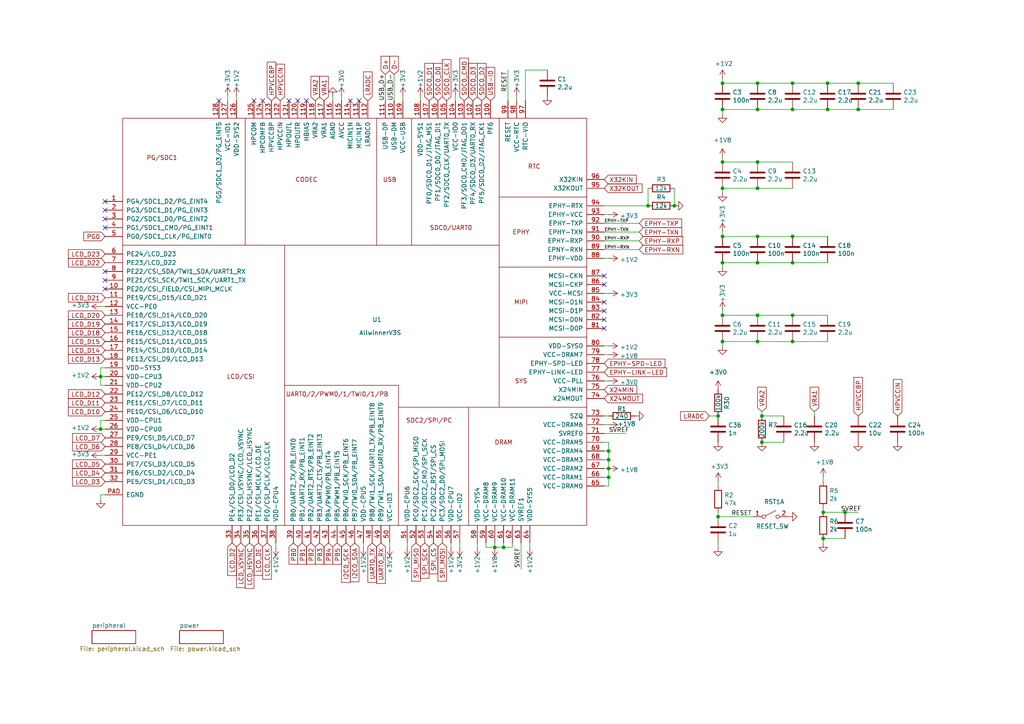
<source format=kicad_sch>
(kicad_sch (version 20231120) (generator "eeschema") (generator_version "8.0")
  (paper "A4")
  (title_block (title "Kaage Pi") (company "Abhilash") (comment 1 "https://github.com/abhilashsagar"))
  (lib_symbols
    (symbol "Device:C" (pin_numbers hide) (pin_names (offset 0.254))
      (property "Reference" "C" (at 0.635 2.54 0))
      (property "Value" "C" (at 0.635 -2.54 0))
      (symbol "C_0_1"
        (polyline (pts (xy -2.032 -0.762) (xy 2.032 -0.762)) (stroke (width 0.508)))
        (polyline (pts (xy -2.032 0.762) (xy 2.032 0.762)) (stroke (width 0.508)))
      )
      (symbol "C_1_1"
        (pin passive line (at 0 3.81 270) (length 2.794) (name "~") (number "1"))
        (pin passive line (at 0 -3.81 90) (length 2.794) (name "~") (number "2"))
      )
    )
    (symbol "Device:R" (pin_numbers hide) (pin_names (offset 0))
      (property "Reference" "R" (at 2.032 0 90))
      (property "Value" "R" (at 0 0 90))
      (symbol "R_0_1"
        (rectangle (start -1.016 -2.54) (end 1.016 2.54) (stroke (width 0.254)))
      )
      (symbol "R_1_1"
        (pin passive line (at 0 3.81 270) (length 1.27) (name "~") (number "1"))
        (pin passive line (at 0 -3.81 90) (length 1.27) (name "~") (number "2"))
      )
    )
    (symbol "Switch:SW_DPST_x2" (pin_names (offset 0) hide)
      (property "Reference" "SW" (at 0 3.175 0))
      (property "Value" "SW_DPST_x2" (at 0 -2.54 0))
      (symbol "SW_DPST_x2_0_0"
        (circle (center -2.032 0) (radius 0.508))
        (polyline (pts (xy -1.524 0.254) (xy 1.524 1.778)))
        (circle (center 2.032 0) (radius 0.508))
      )
      (symbol "SW_DPST_x2_1_1"
        (pin passive line (at -5.08 0 0) (length 2.54) (name "A") (number "1"))
        (pin passive line (at 5.08 0 180) (length 2.54) (name "B") (number "2"))
      )
      (symbol "SW_DPST_x2_2_1"
        (pin passive line (at -5.08 0 0) (length 2.54) (name "A") (number "3"))
        (pin passive line (at 5.08 0 180) (length 2.54) (name "B") (number "4"))
      )
    )
    (symbol "balmer_allwinner_v3s_v2-rescue:+1V2-power" (power) (pin_names (offset 0))
      (property "Value" "power_+1V2" (at 0 3.556 0))
      (symbol "+1V2-power_0_1"
        (polyline (pts (xy -0.762 1.27) (xy 0 2.54)))
        (polyline (pts (xy 0 0) (xy 0 2.54)))
        (polyline (pts (xy 0 2.54) (xy 0.762 1.27)))
      )
      (symbol "+1V2-power_1_1"
        (pin power_in line (at 0 0 90) (length 0) hide (name "+1V2") (number "1"))
      )
    )
    (symbol "balmer_allwinner_v3s_v2-rescue:+1V8-power" (power) (pin_names (offset 0))
      (property "Value" "power_+1V8" (at 0 3.556 0))
      (symbol "+1V8-power_0_1"
        (polyline (pts (xy -0.762 1.27) (xy 0 2.54)))
        (polyline (pts (xy 0 0) (xy 0 2.54)))
        (polyline (pts (xy 0 2.54) (xy 0.762 1.27)))
      )
      (symbol "+1V8-power_1_1"
        (pin power_in line (at 0 0 90) (length 0) hide (name "+1V8") (number "1"))
      )
    )
    (symbol "balmer_allwinner_v3s_v2-rescue:+3V0-power" (power) (pin_names (offset 0))
      (property "Value" "power_+3V0" (at 0 3.556 0))
      (symbol "+3V0-power_0_1"
        (polyline (pts (xy -0.762 1.27) (xy 0 2.54)))
        (polyline (pts (xy 0 0) (xy 0 2.54)))
        (polyline (pts (xy 0 2.54) (xy 0.762 1.27)))
      )
      (symbol "+3V0-power_1_1"
        (pin power_in line (at 0 0 90) (length 0) hide (name "+3V0") (number "1"))
      )
    )
    (symbol "balmer_allwinner_v3s_v2-rescue:+3V3-power" (power) (pin_names (offset 0))
      (property "Value" "power_+3V3" (at 0 3.556 0))
      (symbol "+3V3-power_0_1"
        (polyline (pts (xy -0.762 1.27) (xy 0 2.54)))
        (polyline (pts (xy 0 0) (xy 0 2.54)))
        (polyline (pts (xy 0 2.54) (xy 0.762 1.27)))
      )
      (symbol "+3V3-power_1_1"
        (pin power_in line (at 0 0 90) (length 0) hide (name "+3V3") (number "1"))
      )
    )
    (symbol "balmer_allwinner_v3s_v2-rescue:AllwinnerV3S-balmer" (pin_names (offset 1.016))
      (property "Reference" "U" (at 2.54 5.08 0))
      (property "Value" "balmer_AllwinnerV3S" (at 3.81 -3.81 0))
      (symbol "AllwinnerV3S-balmer_0_0"
        (polyline (pts (xy -36.83 64.77) (xy -36.83 27.94)))
        (polyline (pts (xy 27.94 -19.05) (xy 7.62 -19.05)))
        (polyline (pts (xy 62.23 41.91) (xy 36.83 41.91)))
        (polyline (pts (xy 1.27 27.94) (xy 11.43 27.94) (xy 11.43 64.77)))
        (polyline (pts (xy 1.27 64.77) (xy 1.27 27.94) (xy -25.4 27.94)))
        (polyline (pts (xy 7.62 -53.34) (xy 7.62 -12.7) (xy -25.4 -12.7)))
        (polyline (pts (xy 27.94 -53.34) (xy 27.94 -19.05) (xy 36.83 -19.05)))
        (polyline (pts (xy 36.83 64.77) (xy 36.83 27.94) (xy 11.43 27.94)))
        (polyline (pts (xy 62.23 -19.05) (xy 36.83 -19.05) (xy 36.83 1.27)))
        (polyline (pts (xy 62.23 1.27) (xy 36.83 1.27) (xy 36.83 21.59)))
        (polyline (pts (xy 62.23 21.59) (xy 36.83 21.59) (xy 36.83 27.94)))
        (text "CODEC" (at -19.05 46.99 0) (effects (font (size 1.27 1.27))))
        (text "DRAM" (at 38.1 -29.21 0) (effects (font (size 1.27 1.27))))
        (text "EPHY" (at 43.18 31.75 0) (effects (font (size 1.27 1.27))))
        (text "LCD/CSI" (at -38.1 -10.16 0) (effects (font (size 1.27 1.27))))
        (text "MIPI" (at 43.18 11.43 0) (effects (font (size 1.27 1.27))))
        (text "PG/SDC1" (at -60.96 53.34 0) (effects (font (size 1.27 1.27))))
        (text "RTC" (at 46.99 50.8 0) (effects (font (size 1.27 1.27))))
        (text "SDC0/UART0" (at 22.86 33.02 0) (effects (font (size 1.27 1.27))))
        (text "SDC2/SPI/PC" (at 16.51 -22.86 0) (effects (font (size 1.27 1.27))))
        (text "SYS" (at 43.18 -11.43 0) (effects (font (size 1.27 1.27))))
        (text "UART0/2/PWM0/1/TWI0/1/PB" (at -10.16 -15.24 0) (effects (font (size 1.27 1.27))))
        (text "USB" (at 5.08 46.99 0) (effects (font (size 1.27 1.27))))
      )
      (symbol "AllwinnerV3S-balmer_0_1"
        (rectangle (start -72.39 64.77) (end 62.23 -53.34))
        (polyline (pts (xy -72.39 27.94) (xy -25.4 27.94) (xy -25.4 -53.34)))
      )
      (symbol "AllwinnerV3S-balmer_1_1"
        (pin input line (at -77.47 40.64 0) (length 5.08) (name "PG4/SDC1_D2/PG_EINT4") (number "1"))
        (pin input line (at -77.47 15.24 0) (length 5.08) (name "PE20/CSI_FIELD/CSI_MIPI_MCLK") (number "10"))
        (pin input line (at 34.29 69.85 270) (length 5.08) (name "PF6") (number "100"))
        (pin input line (at 31.75 69.85 270) (length 5.08) (name "PF5/SDC0_D2/JTAG_CK1") (number "101"))
        (pin input line (at 29.21 69.85 270) (length 5.08) (name "PF4/SDC0_D3/UART0_RX") (number "102"))
        (pin input line (at 26.67 69.85 270) (length 5.08) (name "PF3/SDC0_CMD/JTAG_DO1") (number "103"))
        (pin input line (at 24.13 69.85 270) (length 5.08) (name "VCC-IO0") (number "104"))
        (pin input line (at 21.59 69.85 270) (length 5.08) (name "PF2/SDC0_CLK/UART0_TX") (number "105"))
        (pin input line (at 19.05 69.85 270) (length 5.08) (name "PF1/SDC0_D0/JTAG_DI1") (number "106"))
        (pin input line (at 16.51 69.85 270) (length 5.08) (name "PF0/SDC0_D1/JTAG_MS1") (number "107"))
        (pin input line (at 13.97 69.85 270) (length 5.08) (name "VDD-SYS1") (number "108"))
        (pin input line (at 8.89 69.85 270) (length 5.08) (name "VCC-USB") (number "109"))
        (pin input line (at -77.47 12.7 0) (length 5.08) (name "PE19/CSI_D15/LCD_D21") (number "11"))
        (pin input line (at 6.35 69.85 270) (length 5.08) (name "USB-DM") (number "110"))
        (pin input line (at 3.81 69.85 270) (length 5.08) (name "USB-DP") (number "111"))
        (pin input line (at -1.27 69.85 270) (length 5.08) (name "LRADC0") (number "112"))
        (pin input line (at -3.81 69.85 270) (length 5.08) (name "MICIN1P") (number "113"))
        (pin input line (at -6.35 69.85 270) (length 5.08) (name "MICIN1N") (number "114"))
        (pin input line (at -8.89 69.85 270) (length 5.08) (name "AVCC") (number "115"))
        (pin input line (at -11.43 69.85 270) (length 5.08) (name "AGND") (number "116"))
        (pin input line (at -13.97 69.85 270) (length 5.08) (name "VRA1") (number "117"))
        (pin input line (at -16.51 69.85 270) (length 5.08) (name "VRA2") (number "118"))
        (pin input line (at -19.05 69.85 270) (length 5.08) (name "HBIAS") (number "119"))
        (pin input line (at -77.47 10.16 0) (length 5.08) (name "VCC-PE0") (number "12"))
        (pin input line (at -21.59 69.85 270) (length 5.08) (name "HPOUTR") (number "120"))
        (pin input line (at -24.13 69.85 270) (length 5.08) (name "HPOUTL") (number "121"))
        (pin input line (at -26.67 69.85 270) (length 5.08) (name "HPVCCIN") (number "122"))
        (pin input line (at -29.21 69.85 270) (length 5.08) (name "HPVCCBP") (number "123"))
        (pin input line (at -31.75 69.85 270) (length 5.08) (name "HPCOMFB") (number "124"))
        (pin input line (at -34.29 69.85 270) (length 5.08) (name "HPCOM") (number "125"))
        (pin input line (at -39.37 69.85 270) (length 5.08) (name "VDD-SYS2") (number "126"))
        (pin input line (at -41.91 69.85 270) (length 5.08) (name "VCC-IO1") (number "127"))
        (pin input line (at -44.45 69.85 270) (length 5.08) (name "PG5/SDC1_D3/PG_EINT5") (number "128"))
        (pin input line (at -77.47 7.62 0) (length 5.08) (name "PE18/CSI_D14/LCD_D20") (number "13"))
        (pin input line (at -77.47 5.08 0) (length 5.08) (name "PE17/CSI_D13/LCD_D19") (number "14"))
        (pin input line (at -77.47 2.54 0) (length 5.08) (name "PE16/CSI_D12/LCD_D18") (number "15"))
        (pin input line (at -77.47 0 0) (length 5.08) (name "PE15/CSI_D11/LCD_D15") (number "16"))
        (pin input line (at -77.47 -2.54 0) (length 5.08) (name "PE14/CSI_D10/LCD_D14") (number "17"))
        (pin input line (at -77.47 -5.08 0) (length 5.08) (name "PE13/CSI_D9/LCD_D13") (number "18"))
        (pin input line (at -77.47 -7.62 0) (length 5.08) (name "VDD-SYS3") (number "19"))
        (pin input line (at -77.47 38.1 0) (length 5.08) (name "PG3/SDC1_D1/PG_EINT3") (number "2"))
        (pin input line (at -77.47 -10.16 0) (length 5.08) (name "VDD-CPU3") (number "20"))
        (pin input line (at -77.47 -12.7 0) (length 5.08) (name "VDD-CPU2") (number "21"))
        (pin input line (at -77.47 -15.24 0) (length 5.08) (name "PE12/CSI_D8/LCD_D12") (number "22"))
        (pin input line (at -77.47 -17.78 0) (length 5.08) (name "PE11/CSI_D7/LCD_D11") (number "23"))
        (pin input line (at -77.47 -20.32 0) (length 5.08) (name "PE10/CSI_D6/LCD_D10") (number "24"))
        (pin input line (at -77.47 -22.86 0) (length 5.08) (name "VDD-CPU1") (number "25"))
        (pin input line (at -77.47 -25.4 0) (length 5.08) (name "VDD-CPU0") (number "26"))
        (pin input line (at -77.47 -27.94 0) (length 5.08) (name "PE9/CSI_D5/LCD_D7") (number "27"))
        (pin input line (at -77.47 -30.48 0) (length 5.08) (name "PE8/CSI_D4/LCD_D6") (number "28"))
        (pin input line (at -77.47 -33.02 0) (length 5.08) (name "VCC-PE1") (number "29"))
        (pin input line (at -77.47 35.56 0) (length 5.08) (name "PG2/SDC1_D0/PG_EINT2") (number "3"))
        (pin input line (at -77.47 -35.56 0) (length 5.08) (name "PE7/CSI_D3/LCD_D5") (number "30"))
        (pin input line (at -77.47 -38.1 0) (length 5.08) (name "PE6/CSI_D2/LCD_D4") (number "31"))
        (pin input line (at -77.47 -40.64 0) (length 5.08) (name "PE5/CSI_D1/LCD_D3") (number "32"))
        (pin input line (at -40.64 -58.42 90) (length 5.08) (name "PE4/CSI_D0/LCD_D2") (number "33"))
        (pin input line (at -38.1 -58.42 90) (length 5.08) (name "PE3/CSI_VSYNC/LCD_VSYNC") (number "34"))
        (pin input line (at -35.56 -58.42 90) (length 5.08) (name "PE2/CSI_HSYNC/LCD_HSYNC") (number "35"))
        (pin input line (at -33.02 -58.42 90) (length 5.08) (name "PE1/CSI_MCLK/LCD_DE") (number "36"))
        (pin input line (at -30.48 -58.42 90) (length 5.08) (name "PE0/CSI_PCLK/LCD_CLK") (number "37"))
        (pin input line (at -27.94 -58.42 90) (length 5.08) (name "VDD-CPU4") (number "38"))
        (pin input line (at -22.86 -58.42 90) (length 5.08) (name "PB0/UART2_TX/PB_EINT0") (number "39"))
        (pin input line (at -77.47 33.02 0) (length 5.08) (name "PG1/SDC1_CMD/PG_EINT1") (number "4"))
        (pin input line (at -20.32 -58.42 90) (length 5.08) (name "PB1/UART2_RX/PB_EINT1") (number "40"))
        (pin input line (at -17.78 -58.42 90) (length 5.08) (name "PB2/UART2_RTS/PB_EINT2") (number "41"))
        (pin input line (at -15.24 -58.42 90) (length 5.08) (name "PB3/UART2_CTS/PB_EINT3") (number "42"))
        (pin input line (at -12.7 -58.42 90) (length 5.08) (name "PB4/PWM0/PB_EINT4") (number "43"))
        (pin input line (at -10.16 -58.42 90) (length 5.08) (name "PB5/PWM1/PB_EINT5") (number "44"))
        (pin input line (at -7.62 -58.42 90) (length 5.08) (name "PB6/TWI0_SCK/PB_EINT6") (number "45"))
        (pin input line (at -5.08 -58.42 90) (length 5.08) (name "PB7/TWI0_SDA/PB_EINT7") (number "46"))
        (pin input line (at -2.54 -58.42 90) (length 5.08) (name "VDD-CPU5") (number "47"))
        (pin input line (at 0 -58.42 90) (length 5.08) (name "PB8/TWI1_SCK/UART0_TX/PB_EINT8") (number "48"))
        (pin input line (at 2.54 -58.42 90) (length 5.08) (name "PB9/TWI1_SDA/UART0_RX/PB_EINT9") (number "49"))
        (pin input line (at -77.47 30.48 0) (length 5.08) (name "PG0/SDC1_CLK/PG_EINT0") (number "5"))
        (pin input line (at 5.08 -58.42 90) (length 5.08) (name "VCC-IO3") (number "50"))
        (pin input line (at 10.16 -58.42 90) (length 5.08) (name "VDD-CPU6") (number "51"))
        (pin input line (at 12.7 -58.42 90) (length 5.08) (name "PC0/SDC2_SCK/SPI_MISO") (number "52"))
        (pin input line (at 15.24 -58.42 90) (length 5.08) (name "PC1/SDC2_CMD/SPI_SCK") (number "53"))
        (pin input line (at 17.78 -58.42 90) (length 5.08) (name "PC2/SDC2_RST/SPI_CS") (number "54"))
        (pin input line (at 20.32 -58.42 90) (length 5.08) (name "PC3/SDC2_D0/SPI_MOSI") (number "55"))
        (pin input line (at 22.86 -58.42 90) (length 5.08) (name "VDD-CPU7") (number "56"))
        (pin input line (at 25.4 -58.42 90) (length 5.08) (name "VCC-IO2") (number "57"))
        (pin input line (at 30.48 -58.42 90) (length 5.08) (name "VDD-SYS4") (number "58"))
        (pin input line (at 33.02 -58.42 90) (length 5.08) (name "VCC-DRAM8") (number "59"))
        (pin input line (at -77.47 25.4 0) (length 5.08) (name "PE24/LCD_D23") (number "6"))
        (pin input line (at 35.56 -58.42 90) (length 5.08) (name "VCC-DRAM9") (number "60"))
        (pin input line (at 38.1 -58.42 90) (length 5.08) (name "VCC-DRAM10") (number "61"))
        (pin input line (at 40.64 -58.42 90) (length 5.08) (name "VCC-DRAM11") (number "62"))
        (pin input line (at 43.18 -58.42 90) (length 5.08) (name "SVREF1") (number "63"))
        (pin input line (at 45.72 -58.42 90) (length 5.08) (name "VDD-SYS5") (number "64"))
        (pin input line (at 67.31 -41.91 180) (length 5.08) (name "VCC-DRAM0") (number "65"))
        (pin input line (at 67.31 -39.37 180) (length 5.08) (name "VCC-DRAM1") (number "66"))
        (pin input line (at 67.31 -36.83 180) (length 5.08) (name "VCC-DRAM2") (number "67"))
        (pin input line (at 67.31 -34.29 180) (length 5.08) (name "VCC-DRAM3") (number "68"))
        (pin input line (at 67.31 -31.75 180) (length 5.08) (name "VCC-DRAM4") (number "69"))
        (pin input line (at -77.47 22.86 0) (length 5.08) (name "PE23/LCD_D22") (number "7"))
        (pin input line (at 67.31 -29.21 180) (length 5.08) (name "VCC-DRAM5") (number "70"))
        (pin input line (at 67.31 -26.67 180) (length 5.08) (name "SVREF0") (number "71"))
        (pin input line (at 67.31 -24.13 180) (length 5.08) (name "VCC-DRAM6") (number "72"))
        (pin input line (at 67.31 -21.59 180) (length 5.08) (name "SZQ") (number "73"))
        (pin input line (at 67.31 -16.51 180) (length 5.08) (name "X24MOUT") (number "74"))
        (pin input line (at 67.31 -13.97 180) (length 5.08) (name "X24MIN") (number "75"))
        (pin input line (at 67.31 -11.43 180) (length 5.08) (name "VCC-PLL") (number "76"))
        (pin input line (at 67.31 -8.89 180) (length 5.08) (name "EPHY-LINK-LED") (number "77"))
        (pin input line (at 67.31 -6.35 180) (length 5.08) (name "EPHY-SPD-LED") (number "78"))
        (pin input line (at 67.31 -3.81 180) (length 5.08) (name "VCC-DRAM7") (number "79"))
        (pin input line (at -77.47 20.32 0) (length 5.08) (name "PE22/CSI_SDA/TWI1_SDA/UART1_RX") (number "8"))
        (pin input line (at 67.31 -1.27 180) (length 5.08) (name "VDD-SYS0") (number "80"))
        (pin input line (at 67.31 3.81 180) (length 5.08) (name "MCSI-D0P") (number "81"))
        (pin input line (at 67.31 6.35 180) (length 5.08) (name "MCSI-D0N") (number "82"))
        (pin input line (at 67.31 8.89 180) (length 5.08) (name "MCSI-D1P") (number "83"))
        (pin input line (at 67.31 11.43 180) (length 5.08) (name "MCSI-D1N") (number "84"))
        (pin input line (at 67.31 13.97 180) (length 5.08) (name "VCC-MCSI") (number "85"))
        (pin input line (at 67.31 16.51 180) (length 5.08) (name "MCSI-CKP") (number "86"))
        (pin input line (at 67.31 19.05 180) (length 5.08) (name "MCSI-CKN") (number "87"))
        (pin input line (at 67.31 24.13 180) (length 5.08) (name "EPHY-VDD") (number "88"))
        (pin input line (at 67.31 26.67 180) (length 5.08) (name "EPNY-RXN") (number "89"))
        (pin input line (at -77.47 17.78 0) (length 5.08) (name "PE21/CSI_SCK/TWI1_SCK/UART1_TX") (number "9"))
        (pin input line (at 67.31 29.21 180) (length 5.08) (name "EPHY-RXP") (number "90"))
        (pin input line (at 67.31 31.75 180) (length 5.08) (name "EPHY-TXN") (number "91"))
        (pin input line (at 67.31 34.29 180) (length 5.08) (name "EPHY-TXP") (number "92"))
        (pin input line (at 67.31 36.83 180) (length 5.08) (name "EPHY-VCC") (number "93"))
        (pin input line (at 67.31 39.37 180) (length 5.08) (name "EPHY-RTX") (number "94"))
        (pin input line (at 67.31 44.45 180) (length 5.08) (name "X32KOUT") (number "95"))
        (pin input line (at 67.31 46.99 180) (length 5.08) (name "X32KIN") (number "96"))
        (pin input line (at 44.45 69.85 270) (length 5.08) (name "RTC-VIO") (number "97"))
        (pin input line (at 41.91 69.85 270) (length 5.08) (name "VCC-RTC") (number "98"))
        (pin input line (at 39.37 69.85 270) (length 5.08) (name "RESET") (number "99"))
        (pin input line (at -77.47 -44.45 0) (length 5.08) (name "EGND") (number "PAD"))
      )
    )
    (symbol "balmer_allwinner_v3s_v2-rescue:GND-power" (power) (pin_names (offset 0))
      (property "Value" "power_GND" (at 0 -3.81 0))
      (symbol "GND-power_0_1"
        (polyline (pts (xy 0 0) (xy 0 -1.27) (xy 1.27 -1.27) (xy 0 -2.54) (xy -1.27 -1.27) (xy 0 -1.27)))
      )
      (symbol "GND-power_1_1"
        (pin power_in line (at 0 0 270) (length 0) hide (name "GND") (number "1"))
      )
    )
  )
  (junction (at 229.87 31.75))
  (junction (at 187.96 59.69))
  (junction (at 209.55 68.58))
  (junction (at 176.53 133.35))
  (junction (at 29.21 109.22))
  (junction (at 240.03 31.75))
  (junction (at 146.05 158.75))
  (junction (at 209.55 99.06))
  (junction (at 219.71 76.2))
  (junction (at 29.21 124.46))
  (junction (at 245.11 148.59))
  (junction (at 219.71 54.61))
  (junction (at 209.55 91.44))
  (junction (at 209.55 46.99))
  (junction (at 219.71 99.06))
  (junction (at 219.71 91.44))
  (junction (at 238.76 156.21))
  (junction (at 229.87 91.44))
  (junction (at 209.55 76.2))
  (junction (at 229.87 68.58))
  (junction (at 176.53 130.81))
  (junction (at 240.03 24.13))
  (junction (at 195.58 59.69))
  (junction (at 229.87 99.06))
  (junction (at 238.76 148.59))
  (junction (at 220.98 128.27))
  (junction (at 219.71 68.58))
  (junction (at 248.92 31.75))
  (junction (at 208.28 149.86))
  (junction (at 209.55 54.61))
  (junction (at 219.71 46.99))
  (junction (at 176.53 135.89))
  (junction (at 143.51 158.75))
  (junction (at 176.53 138.43))
  (junction (at 229.87 24.13))
  (junction (at 220.98 120.65))
  (junction (at 248.92 24.13))
  (junction (at 219.71 31.75))
  (junction (at 208.28 120.65))
  (junction (at 209.55 24.13))
  (junction (at 219.71 24.13))
  (junction (at 209.55 31.75))
  (junction (at 229.87 76.2))
  (no_connect (at 88.9 29.21))
  (no_connect (at 101.6 29.21))
  (no_connect (at 63.5 29.21))
  (no_connect (at 86.36 29.21))
  (no_connect (at 30.48 83.82))
  (no_connect (at 30.48 81.28))
  (no_connect (at 104.14 29.21))
  (no_connect (at 175.26 87.63))
  (no_connect (at 30.48 63.5))
  (no_connect (at 175.26 80.01))
  (no_connect (at 175.26 90.17))
  (no_connect (at 175.26 95.25))
  (no_connect (at 30.48 78.74))
  (no_connect (at 76.2 29.21))
  (no_connect (at 30.48 66.04))
  (no_connect (at 30.48 58.42))
  (no_connect (at 30.48 60.96))
  (no_connect (at 175.26 82.55))
  (no_connect (at 73.66 29.21))
  (no_connect (at 83.82 29.21))
  (no_connect (at 175.26 92.71))
  (wire (pts (xy 185.42 64.77) (xy 175.26 64.77)))
  (wire (pts (xy 219.71 46.99) (xy 229.87 46.99)))
  (wire (pts (xy 175.26 128.27) (xy 176.53 128.27)))
  (wire (pts (xy 229.87 68.58) (xy 219.71 68.58)))
  (wire (pts (xy 148.59 157.48) (xy 148.59 158.75)))
  (wire (pts (xy 68.58 27.94) (xy 68.58 29.21)))
  (wire (pts (xy 209.55 54.61) (xy 209.55 55.88)))
  (wire (pts (xy 229.87 76.2) (xy 240.03 76.2)))
  (wire (pts (xy 175.26 125.73) (xy 181.61 125.73)))
  (wire (pts (xy 80.01 157.48) (xy 80.01 158.75)))
  (wire (pts (xy 30.48 111.76) (xy 29.21 111.76)))
  (wire (pts (xy 209.55 46.99) (xy 219.71 46.99)))
  (wire (pts (xy 175.26 133.35) (xy 176.53 133.35)))
  (wire (pts (xy 175.26 74.93) (xy 176.53 74.93)))
  (wire (pts (xy 176.53 128.27) (xy 176.53 130.81)))
  (wire (pts (xy 219.71 99.06) (xy 209.55 99.06)))
  (wire (pts (xy 176.53 138.43) (xy 176.53 135.89)))
  (wire (pts (xy 175.26 135.89) (xy 176.53 135.89)))
  (wire (pts (xy 132.08 27.94) (xy 132.08 29.21)))
  (wire (pts (xy 146.05 157.48) (xy 146.05 158.75)))
  (wire (pts (xy 195.58 54.61) (xy 195.58 59.69)))
  (wire (pts (xy 153.67 157.48) (xy 153.67 158.75)))
  (wire (pts (xy 240.03 24.13) (xy 248.92 24.13)))
  (wire (pts (xy 143.51 157.48) (xy 143.51 158.75)))
  (wire (pts (xy 219.71 24.13) (xy 209.55 24.13)))
  (wire (pts (xy 208.28 139.7) (xy 208.28 140.97)))
  (wire (pts (xy 175.26 67.31) (xy 185.42 67.31)))
  (wire (pts (xy 208.28 157.48) (xy 208.28 158.75)))
  (wire (pts (xy 219.71 31.75) (xy 209.55 31.75)))
  (wire (pts (xy 133.35 157.48) (xy 133.35 158.75)))
  (wire (pts (xy 238.76 156.21) (xy 238.76 157.48)))
  (wire (pts (xy 146.05 158.75) (xy 143.51 158.75)))
  (wire (pts (xy 209.55 31.75) (xy 209.55 33.02)))
  (wire (pts (xy 30.48 143.51) (xy 29.21 143.51)))
  (wire (pts (xy 259.08 31.75) (xy 248.92 31.75)))
  (wire (pts (xy 236.22 119.38) (xy 236.22 120.65)))
  (wire (pts (xy 30.48 132.08) (xy 29.21 132.08)))
  (wire (pts (xy 30.48 121.92) (xy 29.21 121.92)))
  (wire (pts (xy 229.87 24.13) (xy 240.03 24.13)))
  (wire (pts (xy 229.87 91.44) (xy 240.03 91.44)))
  (wire (pts (xy 30.48 124.46) (xy 29.21 124.46)))
  (wire (pts (xy 209.55 45.72) (xy 209.55 46.99)))
  (wire (pts (xy 208.28 149.86) (xy 218.44 149.86)))
  (wire (pts (xy 219.71 68.58) (xy 209.55 68.58)))
  (wire (pts (xy 176.53 130.81) (xy 176.53 133.35)))
  (wire (pts (xy 113.03 157.48) (xy 113.03 158.75)))
  (wire (pts (xy 227.33 128.27) (xy 220.98 128.27)))
  (wire (pts (xy 29.21 111.76) (xy 29.21 109.22)))
  (wire (pts (xy 175.26 130.81) (xy 176.53 130.81)))
  (wire (pts (xy 176.53 110.49) (xy 175.26 110.49)))
  (wire (pts (xy 238.76 138.43) (xy 238.76 139.7)))
  (wire (pts (xy 229.87 54.61) (xy 219.71 54.61)))
  (wire (pts (xy 175.26 59.69) (xy 187.96 59.69)))
  (wire (pts (xy 30.48 109.22) (xy 29.21 109.22)))
  (wire (pts (xy 29.21 121.92) (xy 29.21 124.46)))
  (wire (pts (xy 209.55 76.2) (xy 219.71 76.2)))
  (wire (pts (xy 30.48 106.68) (xy 29.21 106.68)))
  (wire (pts (xy 245.11 156.21) (xy 238.76 156.21)))
  (wire (pts (xy 118.11 157.48) (xy 118.11 158.75)))
  (wire (pts (xy 99.06 27.94) (xy 99.06 29.21)))
  (wire (pts (xy 240.03 99.06) (xy 229.87 99.06)))
  (wire (pts (xy 187.96 54.61) (xy 187.96 59.69)))
  (wire (pts (xy 130.81 157.48) (xy 130.81 158.75)))
  (wire (pts (xy 175.26 85.09) (xy 176.53 85.09)))
  (wire (pts (xy 66.04 29.21) (xy 66.04 27.94)))
  (wire (pts (xy 209.55 99.06) (xy 209.55 100.33)))
  (wire (pts (xy 176.53 140.97) (xy 176.53 138.43)))
  (wire (pts (xy 219.71 76.2) (xy 229.87 76.2)))
  (wire (pts (xy 219.71 24.13) (xy 229.87 24.13)))
  (wire (pts (xy 30.48 88.9) (xy 29.21 88.9)))
  (wire (pts (xy 96.52 27.94) (xy 96.52 29.21)))
  (wire (pts (xy 209.55 77.47) (xy 209.55 76.2)))
  (wire (pts (xy 138.43 157.48) (xy 138.43 158.75)))
  (wire (pts (xy 238.76 147.32) (xy 238.76 148.59)))
  (wire (pts (xy 140.97 157.48) (xy 140.97 158.75)))
  (wire (pts (xy 175.26 123.19) (xy 176.53 123.19)))
  (wire (pts (xy 220.98 119.38) (xy 220.98 120.65)))
  (wire (pts (xy 245.11 148.59) (xy 238.76 148.59)))
  (wire (pts (xy 209.55 90.17) (xy 209.55 91.44)))
  (wire (pts (xy 209.55 22.86) (xy 209.55 24.13)))
  (wire (pts (xy 116.84 27.94) (xy 116.84 29.21)))
  (wire (pts (xy 121.92 29.21) (xy 121.92 27.94)))
  (wire (pts (xy 152.4 29.21) (xy 152.4 20.32)))
  (wire (pts (xy 185.42 72.39) (xy 175.26 72.39)))
  (wire (pts (xy 149.86 27.94) (xy 149.86 29.21)))
  (wire (pts (xy 229.87 31.75) (xy 240.03 31.75)))
  (wire (pts (xy 175.26 62.23) (xy 176.53 62.23)))
  (wire (pts (xy 209.55 91.44) (xy 219.71 91.44)))
  (wire (pts (xy 111.76 21.59) (xy 111.76 29.21)))
  (wire (pts (xy 176.53 102.87) (xy 175.26 102.87)))
  (wire (pts (xy 147.32 20.32) (xy 147.32 29.21)))
  (wire (pts (xy 220.98 120.65) (xy 227.33 120.65)))
  (wire (pts (xy 248.92 24.13) (xy 259.08 24.13)))
  (wire (pts (xy 176.53 100.33) (xy 175.26 100.33)))
  (wire (pts (xy 240.03 68.58) (xy 229.87 68.58)))
  (wire (pts (xy 219.71 31.75) (xy 229.87 31.75)))
  (wire (pts (xy 29.21 106.68) (xy 29.21 109.22)))
  (wire (pts (xy 205.74 120.65) (xy 208.28 120.65)))
  (wire (pts (xy 229.87 99.06) (xy 219.71 99.06)))
  (wire (pts (xy 148.59 158.75) (xy 146.05 158.75)))
  (wire (pts (xy 29.21 143.51) (xy 29.21 144.78)))
  (wire (pts (xy 114.3 21.59) (xy 114.3 29.21)))
  (wire (pts (xy 151.13 157.48) (xy 151.13 165.1)))
  (wire (pts (xy 240.03 31.75) (xy 248.92 31.75)))
  (wire (pts (xy 175.26 140.97) (xy 176.53 140.97)))
  (wire (pts (xy 185.42 69.85) (xy 175.26 69.85)))
  (wire (pts (xy 152.4 20.32) (xy 158.75 20.32)))
  (wire (pts (xy 176.53 120.65) (xy 175.26 120.65)))
  (wire (pts (xy 245.11 148.59) (xy 248.92 148.59)))
  (wire (pts (xy 209.55 54.61) (xy 219.71 54.61)))
  (wire (pts (xy 219.71 91.44) (xy 229.87 91.44)))
  (wire (pts (xy 208.28 148.59) (xy 208.28 149.86)))
  (wire (pts (xy 143.51 158.75) (xy 140.97 158.75)))
  (wire (pts (xy 209.55 67.31) (xy 209.55 68.58)))
  (wire (pts (xy 175.26 138.43) (xy 176.53 138.43)))
  (wire (pts (xy 176.53 133.35) (xy 176.53 135.89)))
  (wire (pts (xy 105.41 157.48) (xy 105.41 158.75)))
  (label "SVREF" (at 243.84 148.59 0))
  (label "USB_D-" (at 114.3 29.21 90))
  (label "SVREF" (at 151.13 158.75 270))
  (label "EPHY-TXP" (at 175.26 64.77 0) (effects (font (size 0.889 0.889))))
  (label "EPHY-TXN" (at 175.26 67.31 0) (effects (font (size 0.889 0.889))))
  (label "RESET" (at 147.32 26.67 90))
  (label "SVREF" (at 176.53 125.73 0))
  (label "RESET" (at 212.09 149.86 0))
  (label "USB_D+" (at 111.76 29.21 90))
  (label "EPHY-RXN" (at 175.26 72.39 0) (effects (font (size 0.889 0.889))))
  (label "EPHY-RXP" (at 175.26 69.85 0) (effects (font (size 0.889 0.889))))
  (global_label "SDC0_CMD" (shape input) (at 134.62 29.21 90) (property "Intersheetrefs" "${INTERSHEET_REFS}" (effects (hide yes))))
  (global_label "EPHY-SPD-LED" (shape input) (at 175.26 105.41 0) (property "Intersheetrefs" "${INTERSHEET_REFS}" (effects (hide yes))))
  (global_label "LCD_D15" (shape input) (at 30.48 99.06 180) (property "Intersheetrefs" "${INTERSHEET_REFS}" (effects (hide yes))))
  (global_label "LCD_VSYNC" (shape input) (at 69.85 157.48 270) (property "Intersheetrefs" "${INTERSHEET_REFS}" (effects (hide yes))))
  (global_label "VRA2" (shape input) (at 220.98 119.38 90) (property "Intersheetrefs" "${INTERSHEET_REFS}" (effects (hide yes))))
  (global_label "X32KIN" (shape input) (at 175.26 52.07 0) (property "Intersheetrefs" "${INTERSHEET_REFS}" (effects (hide yes))))
  (global_label "EPHY-LINK-LED" (shape input) (at 175.26 107.95 0) (property "Intersheetrefs" "${INTERSHEET_REFS}" (effects (hide yes))))
  (global_label "VRA1" (shape input) (at 93.98 29.21 90) (property "Intersheetrefs" "${INTERSHEET_REFS}" (effects (hide yes))))
  (global_label "LCD_D22" (shape input) (at 30.48 76.2 180) (property "Intersheetrefs" "${INTERSHEET_REFS}" (effects (hide yes))))
  (global_label "PB4" (shape input) (at 95.25 157.48 270) (property "Intersheetrefs" "${INTERSHEET_REFS}" (effects (hide yes))))
  (global_label "EPHY-RXN" (shape input) (at 185.42 72.39 0) (property "Intersheetrefs" "${INTERSHEET_REFS}" (effects (hide yes))))
  (global_label "SDC0_CLK" (shape input) (at 129.54 29.21 90) (property "Intersheetrefs" "${INTERSHEET_REFS}" (effects (hide yes))))
  (global_label "SDC0_D1" (shape input) (at 124.46 29.21 90) (property "Intersheetrefs" "${INTERSHEET_REFS}" (effects (hide yes))))
  (global_label "LCD_D13" (shape input) (at 30.48 104.14 180) (property "Intersheetrefs" "${INTERSHEET_REFS}" (effects (hide yes))))
  (global_label "LCD_D3" (shape input) (at 30.48 139.7 180) (property "Intersheetrefs" "${INTERSHEET_REFS}" (effects (hide yes))))
  (global_label "EPHY-TXP" (shape input) (at 185.42 64.77 0) (property "Intersheetrefs" "${INTERSHEET_REFS}" (effects (hide yes))))
  (global_label "D+" (shape input) (at 111.76 21.59 90) (property "Intersheetrefs" "${INTERSHEET_REFS}" (effects (hide yes))))
  (global_label "LRADC" (shape input) (at 106.68 29.21 90) (property "Intersheetrefs" "${INTERSHEET_REFS}" (effects (hide yes))))
  (global_label "LCD_D6" (shape input) (at 30.48 129.54 180) (property "Intersheetrefs" "${INTERSHEET_REFS}" (effects (hide yes))))
  (global_label "LCD_D23" (shape input) (at 30.48 73.66 180) (property "Intersheetrefs" "${INTERSHEET_REFS}" (effects (hide yes))))
  (global_label "VRA2" (shape input) (at 91.44 29.21 90) (property "Intersheetrefs" "${INTERSHEET_REFS}" (effects (hide yes))))
  (global_label "LCD_D10" (shape input) (at 30.48 119.38 180) (property "Intersheetrefs" "${INTERSHEET_REFS}" (effects (hide yes))))
  (global_label "HPVCCBP" (shape input) (at 78.74 29.21 90) (property "Intersheetrefs" "${INTERSHEET_REFS}" (effects (hide yes))))
  (global_label "EPHY-RXP" (shape input) (at 185.42 69.85 0) (property "Intersheetrefs" "${INTERSHEET_REFS}" (effects (hide yes))))
  (global_label "LCD_CLK" (shape input) (at 77.47 157.48 270) (property "Intersheetrefs" "${INTERSHEET_REFS}" (effects (hide yes))))
  (global_label "PG0" (shape input) (at 30.48 68.58 180) (property "Intersheetrefs" "${INTERSHEET_REFS}" (effects (hide yes))))
  (global_label "PB2" (shape input) (at 90.17 157.48 270) (property "Intersheetrefs" "${INTERSHEET_REFS}" (effects (hide yes))))
  (global_label "UART0_TX" (shape input) (at 107.95 157.48 270) (property "Intersheetrefs" "${INTERSHEET_REFS}" (effects (hide yes))))
  (global_label "PB0" (shape input) (at 85.09 157.48 270) (property "Intersheetrefs" "${INTERSHEET_REFS}" (effects (hide yes))))
  (global_label "LCD_HSYNC" (shape input) (at 72.39 157.48 270) (property "Intersheetrefs" "${INTERSHEET_REFS}" (effects (hide yes))))
  (global_label "PB1" (shape input) (at 87.63 157.48 270) (property "Intersheetrefs" "${INTERSHEET_REFS}" (effects (hide yes))))
  (global_label "SDC0_D0" (shape input) (at 127 29.21 90) (property "Intersheetrefs" "${INTERSHEET_REFS}" (effects (hide yes))))
  (global_label "LCD_D21" (shape input) (at 30.48 86.36 180) (property "Intersheetrefs" "${INTERSHEET_REFS}" (effects (hide yes))))
  (global_label "D-" (shape input) (at 114.3 21.59 90) (property "Intersheetrefs" "${INTERSHEET_REFS}" (effects (hide yes))))
  (global_label "USB-ID" (shape input) (at 142.24 29.21 90) (property "Intersheetrefs" "${INTERSHEET_REFS}" (effects (hide yes))))
  (global_label "SPI_SCK" (shape input) (at 123.19 157.48 270) (property "Intersheetrefs" "${INTERSHEET_REFS}" (effects (hide yes))))
  (global_label "HPVCCIN" (shape input) (at 260.35 120.65 90) (property "Intersheetrefs" "${INTERSHEET_REFS}" (effects (hide yes))))
  (global_label "UART0_RX" (shape input) (at 110.49 157.48 270) (property "Intersheetrefs" "${INTERSHEET_REFS}" (effects (hide yes))))
  (global_label "X24MIN" (shape input) (at 175.26 113.03 0) (property "Intersheetrefs" "${INTERSHEET_REFS}" (effects (hide yes))))
  (global_label "LCD_D18" (shape input) (at 30.48 96.52 180) (property "Intersheetrefs" "${INTERSHEET_REFS}" (effects (hide yes))))
  (global_label "HPVCCIN" (shape input) (at 81.28 29.21 90) (property "Intersheetrefs" "${INTERSHEET_REFS}" (effects (hide yes))))
  (global_label "LCD_DE" (shape input) (at 74.93 157.48 270) (property "Intersheetrefs" "${INTERSHEET_REFS}" (effects (hide yes))))
  (global_label "LRADC" (shape input) (at 205.74 120.65 180) (property "Intersheetrefs" "${INTERSHEET_REFS}" (effects (hide yes))))
  (global_label "LCD_D5" (shape input) (at 30.48 134.62 180) (property "Intersheetrefs" "${INTERSHEET_REFS}" (effects (hide yes))))
  (global_label "SDC0_D2" (shape input) (at 139.7 29.21 90) (property "Intersheetrefs" "${INTERSHEET_REFS}" (effects (hide yes))))
  (global_label "LCD_D19" (shape input) (at 30.48 93.98 180) (property "Intersheetrefs" "${INTERSHEET_REFS}" (effects (hide yes))))
  (global_label "LCD_D12" (shape input) (at 30.48 114.3 180) (property "Intersheetrefs" "${INTERSHEET_REFS}" (effects (hide yes))))
  (global_label "SDC0_D3" (shape input) (at 137.16 29.21 90) (property "Intersheetrefs" "${INTERSHEET_REFS}" (effects (hide yes))))
  (global_label "HPVCCBP" (shape input) (at 248.92 120.65 90) (property "Intersheetrefs" "${INTERSHEET_REFS}" (effects (hide yes))))
  (global_label "PB5" (shape input) (at 97.79 157.48 270) (property "Intersheetrefs" "${INTERSHEET_REFS}" (effects (hide yes))))
  (global_label "SPI_MOSI" (shape input) (at 128.27 157.48 270) (property "Intersheetrefs" "${INTERSHEET_REFS}" (effects (hide yes))))
  (global_label "LCD_D14" (shape input) (at 30.48 101.6 180) (property "Intersheetrefs" "${INTERSHEET_REFS}" (effects (hide yes))))
  (global_label "I2C0_SDA" (shape input) (at 102.87 157.48 270) (property "Intersheetrefs" "${INTERSHEET_REFS}" (effects (hide yes))))
  (global_label "PB3" (shape input) (at 92.71 157.48 270) (property "Intersheetrefs" "${INTERSHEET_REFS}" (effects (hide yes))))
  (global_label "X24MOUT" (shape input) (at 175.26 115.57 0) (property "Intersheetrefs" "${INTERSHEET_REFS}" (effects (hide yes))))
  (global_label "LCD_D20" (shape input) (at 30.48 91.44 180) (property "Intersheetrefs" "${INTERSHEET_REFS}" (effects (hide yes))))
  (global_label "I2C0_SCK" (shape input) (at 100.33 157.48 270) (property "Intersheetrefs" "${INTERSHEET_REFS}" (effects (hide yes))))
  (global_label "LCD_D2" (shape input) (at 67.31 157.48 270) (property "Intersheetrefs" "${INTERSHEET_REFS}" (effects (hide yes))))
  (global_label "VRA1" (shape input) (at 236.22 119.38 90) (property "Intersheetrefs" "${INTERSHEET_REFS}" (effects (hide yes))))
  (global_label "LCD_D4" (shape input) (at 30.48 137.16 180) (property "Intersheetrefs" "${INTERSHEET_REFS}" (effects (hide yes))))
  (global_label "LCD_D11" (shape input) (at 30.48 116.84 180) (property "Intersheetrefs" "${INTERSHEET_REFS}" (effects (hide yes))))
  (global_label "SPI_CS" (shape input) (at 125.73 157.48 270) (property "Intersheetrefs" "${INTERSHEET_REFS}" (effects (hide yes))))
  (global_label "EPHY-TXN" (shape input) (at 185.42 67.31 0) (property "Intersheetrefs" "${INTERSHEET_REFS}" (effects (hide yes))))
  (global_label "SPI_MISO" (shape input) (at 120.65 157.48 270) (property "Intersheetrefs" "${INTERSHEET_REFS}" (effects (hide yes))))
  (global_label "X32KOUT" (shape input) (at 175.26 54.61 0) (property "Intersheetrefs" "${INTERSHEET_REFS}" (effects (hide yes))))
  (global_label "LCD_D7" (shape input) (at 30.48 127 180) (property "Intersheetrefs" "${INTERSHEET_REFS}" (effects (hide yes))))
  (symbol (lib_id "Device:C") (at 219.71 72.39 0) (unit 1)
    (property "Reference" "C10" (at 222.631 71.2216 0) (effects (justify left)))
    (property "Value" "100n" (at 222.631 73.533 0) (effects (justify left)))
    (property "Footprint" "Capacitor_SMD:C_0603_1608Metric" (effects (hide yes)))
  )
  (symbol (lib_id "Device:C") (at 208.28 153.67 0) (unit 1)
    (property "Reference" "C2" (at 211.201 152.5016 0) (effects (justify left)))
    (property "Value" "1u" (at 211.201 154.813 0) (effects (justify left)))
    (property "Footprint" "Capacitor_SMD:C_0603_1608Metric" (effects (hide yes)))
  )
  (symbol (lib_id "Device:C") (at 259.08 27.94 0) (unit 1)
    (property "Reference" "C23" (at 262.001 26.7716 0) (effects (justify left)))
    (property "Value" "2.2u" (at 262.001 29.083 0) (effects (justify left)))
    (property "Footprint" "Capacitor_SMD:C_0805_2012Metric" (effects (hide yes)))
  )
  (symbol (lib_id "Device:C") (at 229.87 95.25 0) (unit 1)
    (property "Reference" "C15" (at 232.791 94.0816 0) (effects (justify left)))
    (property "Value" "2.2u" (at 232.791 96.393 0) (effects (justify left)))
    (property "Footprint" "Capacitor_SMD:C_0805_2012Metric" (effects (hide yes)))
  )
  (symbol (lib_id "Device:R") (at 208.28 144.78 0) (unit 1)
    (property "Reference" "R2" (at 210.058 143.6116 0) (effects (justify left)))
    (property "Value" "47k" (at 210.058 145.923 0) (effects (justify left)))
    (property "Footprint" "Resistor_SMD:R_0603_1608Metric" (effects (hide yes)))
  )
  (symbol (lib_id "Device:C") (at 229.87 27.94 0) (unit 1)
    (property "Reference" "C12" (at 232.791 26.7716 0) (effects (justify left)))
    (property "Value" "2.2u" (at 232.791 29.083 0) (effects (justify left)))
    (property "Footprint" "Capacitor_SMD:C_0805_2012Metric" (effects (hide yes)))
  )
  (symbol (lib_id "Device:R") (at 238.76 152.4 0) (unit 1)
    (property "Reference" "R6" (at 240.538 151.2316 0) (effects (justify left)))
    (property "Value" "2k" (at 240.538 153.543 0) (effects (justify left)))
    (property "Footprint" "Resistor_SMD:R_0603_1608Metric" (effects (hide yes)))
  )
  (symbol (lib_id "Device:C") (at 260.35 124.46 0) (unit 1)
    (property "Reference" "C24" (at 263.271 123.2916 0) (effects (justify left)))
    (property "Value" "100n" (at 263.271 125.603 0) (effects (justify left)))
    (property "Footprint" "Capacitor_SMD:C_0603_1608Metric" (effects (hide yes)))
  )
  (symbol (lib_id "balmer_allwinner_v3s_v2-rescue:+3V3-power") (at 29.21 88.9 90) (unit 1)
    (property "Reference" "#PWR01" (effects (hide yes)))
    (property "Value" "+3V3" (at 25.9588 88.519 90) (effects (justify left)))
  )
  (symbol (lib_id "Device:C") (at 248.92 27.94 0) (unit 1)
    (property "Reference" "C21" (at 251.841 26.7716 0) (effects (justify left)))
    (property "Value" "2.2u" (at 251.841 29.083 0) (effects (justify left)))
    (property "Footprint" "Capacitor_SMD:C_0805_2012Metric" (effects (hide yes)))
  )
  (symbol (lib_id "balmer_allwinner_v3s_v2-rescue:+3V3-power") (at 149.86 27.94 0) (unit 1)
    (property "Reference" "#PWR022" (effects (hide yes)))
    (property "Value" "+3V3" (at 149.86 22.86 90))
  )
  (symbol (lib_id "balmer_allwinner_v3s_v2-rescue:GND-power") (at 248.92 128.27 0) (unit 1)
    (property "Reference" "#PWR049" (effects (hide yes)))
    (property "Value" "GND" (effects (hide yes)))
  )
  (symbol (lib_id "balmer_allwinner_v3s_v2-rescue:+3V0-power") (at 176.53 110.49 270) (unit 1)
    (property "Reference" "#PWR030" (effects (hide yes)))
    (property "Value" "+3V0" (at 179.7812 110.871 90) (effects (justify left)))
  )
  (symbol (lib_id "balmer_allwinner_v3s_v2-rescue:+1V2-power") (at 80.01 158.75 180) (unit 1)
    (property "Reference" "#PWR09" (effects (hide yes)))
    (property "Value" "+1V2" (at 80.01 163.83 90))
  )
  (symbol (lib_id "balmer_allwinner_v3s_v2-rescue:+1V2-power") (at 176.53 74.93 270) (unit 1)
    (property "Reference" "#PWR026" (effects (hide yes)))
    (property "Value" "+1V2" (at 179.7812 75.311 90) (effects (justify left)))
  )
  (symbol (lib_id "Device:R") (at 208.28 116.84 180) (unit 1)
    (property "Reference" "R30" (at 210.82 116.84 90))
    (property "Value" "100k" (at 208.28 116.84 90))
    (property "Footprint" "Resistor_SMD:R_0603_1608Metric" (effects (hide yes)))
  )
  (symbol (lib_id "balmer_allwinner_v3s_v2-rescue:GND-power") (at 228.6 149.86 90) (unit 1)
    (property "Reference" "#PWR094" (effects (hide yes)))
    (property "Value" "GND" (effects (hide yes)))
  )
  (symbol (lib_id "balmer_allwinner_v3s_v2-rescue:GND-power") (at 220.98 128.27 0) (unit 1)
    (property "Reference" "#PWR047" (effects (hide yes)))
    (property "Value" "GND" (effects (hide yes)))
  )
  (symbol (lib_id "Device:C") (at 209.55 95.25 0) (unit 1)
    (property "Reference" "C6" (at 212.471 94.0816 0) (effects (justify left)))
    (property "Value" "2.2u" (at 212.471 96.393 0) (effects (justify left)))
    (property "Footprint" "Capacitor_SMD:C_0805_2012Metric" (effects (hide yes)))
  )
  (symbol (lib_id "balmer_allwinner_v3s_v2-rescue:+1V2-power") (at 138.43 158.75 180) (unit 1)
    (property "Reference" "#PWR020" (effects (hide yes)))
    (property "Value" "+1V2" (at 138.43 163.83 90))
  )
  (symbol (lib_id "balmer_allwinner_v3s_v2-rescue:+1V8-power") (at 176.53 123.19 270) (unit 1)
    (property "Reference" "#PWR031" (effects (hide yes)))
    (property "Value" "+1V8" (at 179.07 122.936 90) (effects (justify left)))
  )
  (symbol (lib_id "Device:R") (at 180.34 120.65 90) (unit 1)
    (property "Reference" "R1" (at 180.34 118.618 90))
    (property "Value" "240" (at 180.34 120.65 90))
    (property "Footprint" "Resistor_SMD:R_0603_1608Metric" (effects (hide yes)))
  )
  (symbol (lib_id "Device:C") (at 219.71 95.25 0) (unit 1)
    (property "Reference" "C11" (at 222.631 94.0816 0) (effects (justify left)))
    (property "Value" "2.2u" (at 222.631 96.393 0) (effects (justify left)))
    (property "Footprint" "Capacitor_SMD:C_0805_2012Metric" (effects (hide yes)))
  )
  (symbol (lib_id "Device:R") (at 220.98 124.46 0) (unit 1)
    (property "Reference" "R7" (at 222.758 123.2916 0) (effects (justify left)))
    (property "Value" "200k" (at 220.98 127 90) (effects (justify left)))
    (property "Footprint" "Resistor_SMD:R_0603_1608Metric" (effects (hide yes)))
  )
  (symbol (lib_id "Switch:SW_DPST_x2") (at 223.52 149.86 0) (unit 1)
    (property "Reference" "RST1" (at 224.536 145.542 0))
    (property "Value" "RESET_SW" (at 224.028 152.654 0))
    (property "Footprint" "Button_Switch_SMD:SW_Tactile_SPST_NO_Straight_CK_PTS636Sx25SMTRLFS" (effects (hide yes)))
    (property "Description" "Single Pole Single Throw (SPST) switch, separate symbol" (effects (hide yes)))
  )
  (symbol (lib_id "balmer_allwinner_v3s_v2-rescue:AllwinnerV3S-balmer") (at 107.95 99.06 0) (unit 1)
    (property "Reference" "U1" (at 107.95 92.71 0) (effects (justify left)))
    (property "Value" "AllwinnerV3S" (at 104.14 96.52 0) (effects (justify left)))
    (property "Footprint" "allwinnerv3s:eLQFP-128_14x14mm_P0.4mm" (effects (hide yes)))
  )
  (symbol (lib_id "balmer_allwinner_v3s_v2-rescue:+1V8-power") (at 176.53 135.89 270) (unit 1)
    (property "Reference" "#PWR032" (effects (hide yes)))
    (property "Value" "+1V8" (at 179.7812 136.271 90) (effects (justify left)))
  )
  (symbol (lib_id "balmer_allwinner_v3s_v2-rescue:+3V3-power") (at 66.04 27.94 0) (unit 1)
    (property "Reference" "#PWR06" (effects (hide yes)))
    (property "Value" "+3V3" (at 66.04 22.86 90))
  )
  (symbol (lib_id "balmer_allwinner_v3s_v2-rescue:+1V8-power") (at 209.55 45.72 0) (unit 1)
    (property "Reference" "#PWR041" (effects (hide yes)))
    (property "Value" "+1V8" (at 209.55 40.64 0))
  )
  (symbol (lib_id "balmer_allwinner_v3s_v2-rescue:+1V2-power") (at 118.11 158.75 180) (unit 1)
    (property "Reference" "#PWR015" (effects (hide yes)))
    (property "Value" "+1V2" (at 118.11 163.83 90))
  )
  (symbol (lib_id "balmer_allwinner_v3s_v2-rescue:+3V3-power") (at 208.28 139.7 0) (unit 1)
    (property "Reference" "#PWR034" (effects (hide yes)))
    (property "Value" "+3V3" (at 208.661 135.3058 0))
  )
  (symbol (lib_id "balmer_allwinner_v3s_v2-rescue:GND-power") (at 209.55 100.33 0) (unit 1)
    (property "Reference" "#PWR046" (effects (hide yes)))
    (property "Value" "GND" (effects (hide yes)))
  )
  (symbol (lib_id "balmer_allwinner_v3s_v2-rescue:+3V3-power") (at 113.03 158.75 180) (unit 1)
    (property "Reference" "#PWR013" (effects (hide yes)))
    (property "Value" "+3V3" (at 113.03 163.83 90))
  )
  (symbol (lib_id "balmer_allwinner_v3s_v2-rescue:+3V0-power") (at 208.28 113.03 0) (unit 1)
    (property "Reference" "#PWR095" (effects (hide yes)))
    (property "Value" "+3V0" (at 208.28 107.95 0))
  )
  (symbol (lib_id "Device:C") (at 219.71 50.8 0) (unit 1)
    (property "Reference" "C9" (at 222.631 49.6316 0) (effects (justify left)))
    (property "Value" "2.2u" (at 222.631 51.943 0) (effects (justify left)))
    (property "Footprint" "Capacitor_SMD:C_0805_2012Metric" (effects (hide yes)))
  )
  (symbol (lib_id "Device:C") (at 248.92 124.46 0) (unit 1)
    (property "Reference" "C22" (at 251.841 123.2916 0) (effects (justify left)))
    (property "Value" "10u" (at 251.841 125.603 0) (effects (justify left)))
    (property "Footprint" "Capacitor_SMD:C_0603_1608Metric" (effects (hide yes)))
  )
  (symbol (lib_id "balmer_allwinner_v3s_v2-rescue:GND-power") (at 260.35 128.27 0) (unit 1)
    (property "Reference" "#PWR050" (effects (hide yes)))
    (property "Value" "GND" (effects (hide yes)))
  )
  (symbol (lib_id "Device:C") (at 229.87 72.39 0) (unit 1)
    (property "Reference" "C14" (at 232.791 71.2216 0) (effects (justify left)))
    (property "Value" "100n" (at 232.791 73.533 0) (effects (justify left)))
    (property "Footprint" "Capacitor_SMD:C_0603_1608Metric" (effects (hide yes)))
  )
  (symbol (lib_id "balmer_allwinner_v3s_v2-rescue:+1V8-power") (at 176.53 102.87 270) (unit 1)
    (property "Reference" "#PWR029" (effects (hide yes)))
    (property "Value" "+1V8" (at 179.7812 103.251 90) (effects (justify left)))
  )
  (symbol (lib_id "balmer_allwinner_v3s_v2-rescue:GND-power") (at 184.15 120.65 90) (unit 1)
    (property "Reference" "#PWR033" (effects (hide yes)))
    (property "Value" "GND" (effects (hide yes)))
  )
  (symbol (lib_id "balmer_allwinner_v3s_v2-rescue:+3V0-power") (at 99.06 27.94 0) (unit 1)
    (property "Reference" "#PWR011" (effects (hide yes)))
    (property "Value" "+3V0" (at 99.06 22.86 90))
  )
  (symbol (lib_id "balmer_allwinner_v3s_v2-rescue:GND-power") (at 158.75 27.94 0) (unit 1)
    (property "Reference" "#PWR024" (effects (hide yes)))
    (property "Value" "GND" (effects (hide yes)))
  )
  (symbol (lib_id "Device:R") (at 238.76 143.51 0) (unit 1)
    (property "Reference" "R5" (at 240.538 142.3416 0) (effects (justify left)))
    (property "Value" "2k" (at 240.538 144.653 0) (effects (justify left)))
    (property "Footprint" "Resistor_SMD:R_0603_1608Metric" (effects (hide yes)))
  )
  (symbol (lib_id "balmer_allwinner_v3s_v2-rescue:GND-power") (at 209.55 77.47 0) (unit 1)
    (property "Reference" "#PWR044" (effects (hide yes)))
    (property "Value" "GND" (effects (hide yes)))
  )
  (symbol (lib_id "balmer_allwinner_v3s_v2-rescue:GND-power") (at 209.55 33.02 0) (unit 1)
    (property "Reference" "#PWR040" (effects (hide yes)))
    (property "Value" "GND" (effects (hide yes)))
  )
  (symbol (lib_id "Device:C") (at 219.71 27.94 0) (unit 1)
    (property "Reference" "C8" (at 222.631 26.7716 0) (effects (justify left)))
    (property "Value" "2.2u" (at 222.631 29.083 0) (effects (justify left)))
    (property "Footprint" "Capacitor_SMD:C_0805_2012Metric" (effects (hide yes)))
  )
  (symbol (lib_id "Device:C") (at 209.55 50.8 0) (unit 1)
    (property "Reference" "C4" (at 212.471 49.6316 0) (effects (justify left)))
    (property "Value" "2.2u" (at 212.471 51.943 0) (effects (justify left)))
    (property "Footprint" "Capacitor_SMD:C_0805_2012Metric" (effects (hide yes)))
  )
  (symbol (lib_id "Device:C") (at 209.55 72.39 0) (unit 1)
    (property "Reference" "C5" (at 212.471 71.2216 0) (effects (justify left)))
    (property "Value" "100n" (at 212.471 73.533 0) (effects (justify left)))
    (property "Footprint" "Capacitor_SMD:C_0603_1608Metric" (effects (hide yes)))
  )
  (symbol (lib_id "balmer_allwinner_v3s_v2-rescue:GND-power") (at 208.28 128.27 0) (unit 1)
    (property "Reference" "#PWR0115" (effects (hide yes)))
    (property "Value" "GND" (effects (hide yes)))
  )
  (symbol (lib_id "balmer_allwinner_v3s_v2-rescue:+1V2-power") (at 29.21 124.46 90) (unit 1)
    (property "Reference" "#PWR03" (effects (hide yes)))
    (property "Value" "+1V2" (at 25.9588 124.079 90) (effects (justify left)))
  )
  (symbol (lib_id "Device:C") (at 209.55 27.94 0) (unit 1)
    (property "Reference" "C3" (at 212.471 26.7716 0) (effects (justify left)))
    (property "Value" "100n" (at 212.471 29.083 0) (effects (justify left)))
    (property "Footprint" "Capacitor_SMD:C_0603_1608Metric" (effects (hide yes)))
  )
  (symbol (lib_id "balmer_allwinner_v3s_v2-rescue:GND-power") (at 96.52 27.94 180) (unit 1)
    (property "Reference" "#PWR010" (effects (hide yes)))
    (property "Value" "GND" (effects (hide yes)))
  )
  (symbol (lib_id "balmer_allwinner_v3s_v2-rescue:GND-power") (at 209.55 55.88 0) (unit 1)
    (property "Reference" "#PWR042" (effects (hide yes)))
    (property "Value" "GND" (effects (hide yes)))
  )
  (symbol (lib_id "balmer_allwinner_v3s_v2-rescue:+3V3-power") (at 133.35 158.75 180) (unit 1)
    (property "Reference" "#PWR019" (effects (hide yes)))
    (property "Value" "+3V3" (at 133.35 163.83 90))
  )
  (symbol (lib_id "balmer_allwinner_v3s_v2-rescue:+1V2-power") (at 68.58 27.94 0) (unit 1)
    (property "Reference" "#PWR07" (effects (hide yes)))
    (property "Value" "+1V2" (at 68.58 22.86 90))
  )
  (symbol (lib_id "balmer_allwinner_v3s_v2-rescue:GND-power") (at 238.76 157.48 0) (unit 1)
    (property "Reference" "#PWR038" (effects (hide yes)))
    (property "Value" "GND" (effects (hide yes)))
  )
  (symbol (lib_id "balmer_allwinner_v3s_v2-rescue:+3V3-power") (at 116.84 27.94 0) (unit 1)
    (property "Reference" "#PWR014" (effects (hide yes)))
    (property "Value" "+3V3" (at 116.84 22.86 90))
  )
  (symbol (lib_id "balmer_allwinner_v3s_v2-rescue:+3V3-power") (at 209.55 67.31 0) (unit 1)
    (property "Reference" "#PWR043" (effects (hide yes)))
    (property "Value" "+3V3" (at 209.55 62.23 90))
  )
  (symbol (lib_id "balmer_allwinner_v3s_v2-rescue:GND-power") (at 208.28 158.75 0) (unit 1)
    (property "Reference" "#PWR035" (effects (hide yes)))
    (property "Value" "GND" (effects (hide yes)))
  )
  (symbol (lib_id "Device:C") (at 158.75 24.13 0) (unit 1)
    (property "Reference" "C1" (at 161.671 22.9616 0) (effects (justify left)))
    (property "Value" "2.2u" (at 161.671 25.273 0) (effects (justify left)))
    (property "Footprint" "Capacitor_SMD:C_0805_2012Metric" (effects (hide yes)))
  )
  (symbol (lib_id "balmer_allwinner_v3s_v2-rescue:+1V2-power") (at 209.55 22.86 0) (unit 1)
    (property "Reference" "#PWR039" (effects (hide yes)))
    (property "Value" "+1V2" (at 209.931 18.4658 0))
  )
  (symbol (lib_id "balmer_allwinner_v3s_v2-rescue:+3V3-power") (at 132.08 27.94 0) (unit 1)
    (property "Reference" "#PWR018" (effects (hide yes)))
    (property "Value" "+3V3" (at 132.08 22.86 90))
  )
  (symbol (lib_id "Device:C") (at 240.03 27.94 0) (unit 1)
    (property "Reference" "C17" (at 242.951 26.7716 0) (effects (justify left)))
    (property "Value" "2.2u" (at 242.951 29.083 0) (effects (justify left)))
    (property "Footprint" "Capacitor_SMD:C_0805_2012Metric" (effects (hide yes)))
  )
  (symbol (lib_id "balmer_allwinner_v3s_v2-rescue:+1V2-power") (at 130.81 158.75 180) (unit 1)
    (property "Reference" "#PWR017" (effects (hide yes)))
    (property "Value" "+1V2" (at 130.81 163.83 90))
  )
  (symbol (lib_id "balmer_allwinner_v3s_v2-rescue:+1V2-power") (at 105.41 158.75 180) (unit 1)
    (property "Reference" "#PWR012" (effects (hide yes)))
    (property "Value" "+1V2" (at 105.41 163.83 90))
  )
  (symbol (lib_id "balmer_allwinner_v3s_v2-rescue:GND-power") (at 236.22 128.27 0) (unit 1)
    (property "Reference" "#PWR048" (effects (hide yes)))
    (property "Value" "GND" (effects (hide yes)))
  )
  (symbol (lib_id "balmer_allwinner_v3s_v2-rescue:+3V3-power") (at 176.53 62.23 270) (unit 1)
    (property "Reference" "#PWR025" (effects (hide yes)))
    (property "Value" "+3V3" (at 179.7812 62.611 90) (effects (justify left)))
  )
  (symbol (lib_id "balmer_allwinner_v3s_v2-rescue:+1V2-power") (at 153.67 158.75 180) (unit 1)
    (property "Reference" "#PWR023" (effects (hide yes)))
    (property "Value" "+1V2" (at 153.67 163.83 90))
  )
  (symbol (lib_id "balmer_allwinner_v3s_v2-rescue:+3V3-power") (at 176.53 85.09 270) (unit 1)
    (property "Reference" "#PWR027" (effects (hide yes)))
    (property "Value" "+3V3" (at 179.7812 85.471 90) (effects (justify left)))
  )
  (symbol (lib_id "Device:C") (at 240.03 95.25 0) (unit 1)
    (property "Reference" "C19" (at 242.951 94.0816 0) (effects (justify left)))
    (property "Value" "2.2u" (at 242.951 96.393 0) (effects (justify left)))
    (property "Footprint" "Capacitor_SMD:C_0805_2012Metric" (effects (hide yes)))
  )
  (symbol (lib_id "Device:C") (at 245.11 152.4 0) (unit 1)
    (property "Reference" "C7" (at 248.031 151.2316 0) (effects (justify left)))
    (property "Value" "100n" (at 248.031 153.543 0) (effects (justify left)))
    (property "Footprint" "Capacitor_SMD:C_0603_1608Metric" (effects (hide yes)))
  )
  (symbol (lib_id "Device:R") (at 191.77 54.61 270) (unit 1)
    (property "Reference" "R3" (at 191.77 52.07 90))
    (property "Value" "12k" (at 191.77 54.61 90))
    (property "Footprint" "Resistor_SMD:R_0603_1608Metric" (effects (hide yes)))
  )
  (symbol (lib_id "balmer_allwinner_v3s_v2-rescue:+3V3-power") (at 29.21 132.08 90) (unit 1)
    (property "Reference" "#PWR04" (effects (hide yes)))
    (property "Value" "+3V3" (at 25.9588 131.699 90) (effects (justify left)))
  )
  (symbol (lib_id "Device:C") (at 227.33 124.46 0) (unit 1)
    (property "Reference" "C16" (at 230.251 123.2916 0) (effects (justify left)))
    (property "Value" "2.2u" (at 230.251 125.603 0) (effects (justify left)))
    (property "Footprint" "Capacitor_SMD:C_0805_2012Metric" (effects (hide yes)))
  )
  (symbol (lib_id "Device:C") (at 208.28 124.46 0) (unit 1)
    (property "Reference" "C36" (at 211.201 123.2916 0) (effects (justify left)))
    (property "Value" "1n" (at 211.201 125.603 0) (effects (justify left)))
    (property "Footprint" "Capacitor_SMD:C_0603_1608Metric" (effects (hide yes)))
  )
  (symbol (lib_id "balmer_allwinner_v3s_v2-rescue:+1V2-power") (at 121.92 27.94 0) (unit 1)
    (property "Reference" "#PWR016" (effects (hide yes)))
    (property "Value" "+1V2" (at 121.92 22.86 90))
  )
  (symbol (lib_id "balmer_allwinner_v3s_v2-rescue:GND-power") (at 195.58 59.69 90) (unit 1)
    (property "Reference" "#PWR036" (effects (hide yes)))
    (property "Value" "GND" (effects (hide yes)))
  )
  (symbol (lib_id "Device:C") (at 229.87 50.8 0) (unit 1)
    (property "Reference" "C13" (at 232.791 49.6316 0) (effects (justify left)))
    (property "Value" "2.2u" (at 232.791 51.943 0) (effects (justify left)))
    (property "Footprint" "Capacitor_SMD:C_0805_2012Metric" (effects (hide yes)))
  )
  (symbol (lib_id "balmer_allwinner_v3s_v2-rescue:+1V2-power") (at 176.53 100.33 270) (unit 1)
    (property "Reference" "#PWR028" (effects (hide yes)))
    (property "Value" "+1V2" (at 179.7812 100.711 90) (effects (justify left)))
  )
  (symbol (lib_id "Device:C") (at 236.22 124.46 0) (unit 1)
    (property "Reference" "C20" (at 239.141 123.2916 0) (effects (justify left)))
    (property "Value" "2.2u" (at 239.141 125.603 0) (effects (justify left)))
    (property "Footprint" "Capacitor_SMD:C_0805_2012Metric" (effects (hide yes)))
  )
  (symbol (lib_id "balmer_allwinner_v3s_v2-rescue:GND-power") (at 29.21 144.78 0) (unit 1)
    (property "Reference" "#PWR05" (effects (hide yes)))
    (property "Value" "GND" (effects (hide yes)))
  )
  (symbol (lib_id "Device:C") (at 240.03 72.39 0) (unit 1)
    (property "Reference" "C18" (at 242.951 71.2216 0) (effects (justify left)))
    (property "Value" "100n" (at 242.951 73.533 0) (effects (justify left)))
    (property "Footprint" "Capacitor_SMD:C_0603_1608Metric" (effects (hide yes)))
  )
  (symbol (lib_id "Device:R") (at 191.77 59.69 270) (unit 1)
    (property "Reference" "R4" (at 191.77 57.15 90))
    (property "Value" "12k" (at 191.77 59.69 90))
    (property "Footprint" "Resistor_SMD:R_0603_1608Metric" (effects (hide yes)))
  )
  (symbol (lib_id "balmer_allwinner_v3s_v2-rescue:+1V8-power") (at 238.76 138.43 0) (unit 1)
    (property "Reference" "#PWR037" (effects (hide yes)))
    (property "Value" "+1V8" (at 239.141 134.0358 0))
  )
  (symbol (lib_id "balmer_allwinner_v3s_v2-rescue:+1V8-power") (at 143.51 158.75 180) (unit 1)
    (property "Reference" "#PWR021" (effects (hide yes)))
    (property "Value" "+1V8" (at 143.51 163.83 90))
  )
  (symbol (lib_id "balmer_allwinner_v3s_v2-rescue:+3V3-power") (at 209.55 90.17 0) (unit 1)
    (property "Reference" "#PWR045" (effects (hide yes)))
    (property "Value" "+3V3" (at 209.55 85.09 90))
  )
  (symbol (lib_id "balmer_allwinner_v3s_v2-rescue:+1V2-power") (at 29.21 109.22 90) (unit 1)
    (property "Reference" "#PWR02" (effects (hide yes)))
    (property "Value" "+1V2" (at 25.9588 108.839 90) (effects (justify left)))
  )
  (sheet (at 26.67 182.88) (size 12.7 3.81) (stroke (width 0.1524))
    (property "Sheetname" "peripheral" (at 26.67 182.1684 0) (effects (justify left bottom)))
    (property "Sheetfile" "peripheral.kicad_sch" (at 23.114 187.452 0) (effects (justify left top)))
  )
  (sheet (at 52.07 182.88) (size 12.7 3.81) (stroke (width 0.1524))
    (property "Sheetname" "power" (at 52.07 182.1684 0) (effects (justify left bottom)))
    (property "Sheetfile" "power.kicad_sch" (at 49.276 187.452 0) (effects (justify left top)))
  )
)
</source>
